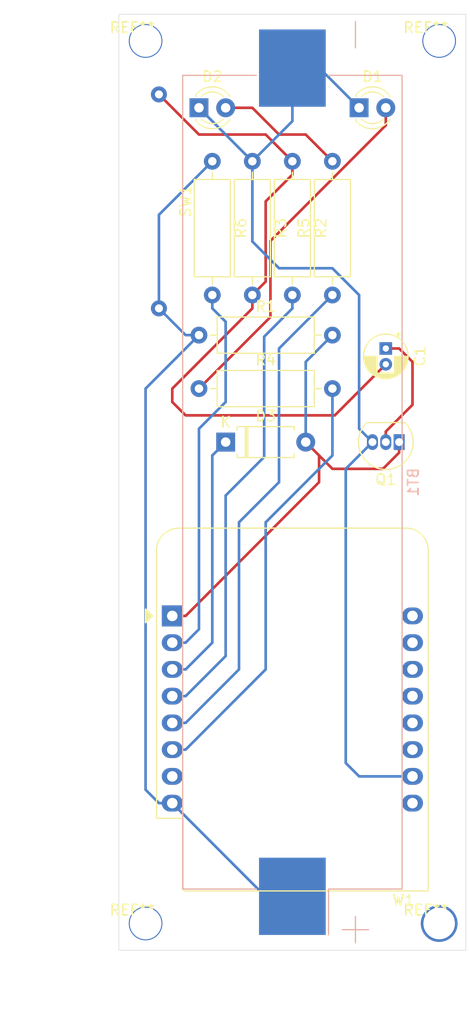
<source format=kicad_pcb>
(kicad_pcb (version 20171130) (host pcbnew "(5.1.8)-1")

  (general
    (thickness 1.6)
    (drawings 6)
    (tracks 94)
    (zones 0)
    (modules 18)
    (nets 21)
  )

  (page A4)
  (layers
    (0 F.Cu signal)
    (31 B.Cu signal)
    (32 B.Adhes user)
    (33 F.Adhes user)
    (34 B.Paste user)
    (35 F.Paste user)
    (36 B.SilkS user)
    (37 F.SilkS user hide)
    (38 B.Mask user)
    (39 F.Mask user)
    (40 Dwgs.User user)
    (41 Cmts.User user)
    (42 Eco1.User user)
    (43 Eco2.User user)
    (44 Edge.Cuts user)
    (45 Margin user)
    (46 B.CrtYd user)
    (47 F.CrtYd user)
    (48 B.Fab user)
    (49 F.Fab user)
  )

  (setup
    (last_trace_width 0.25)
    (trace_clearance 0.2)
    (zone_clearance 0.508)
    (zone_45_only yes)
    (trace_min 0.2)
    (via_size 0.8)
    (via_drill 0.4)
    (via_min_size 0.4)
    (via_min_drill 0.3)
    (uvia_size 0.3)
    (uvia_drill 0.1)
    (uvias_allowed no)
    (uvia_min_size 0.2)
    (uvia_min_drill 0.1)
    (edge_width 0.05)
    (segment_width 0.2)
    (pcb_text_width 0.3)
    (pcb_text_size 1.5 1.5)
    (mod_edge_width 0.12)
    (mod_text_size 1 1)
    (mod_text_width 0.15)
    (pad_size 3.5 3.5)
    (pad_drill 3)
    (pad_to_mask_clearance 0)
    (aux_axis_origin 0 0)
    (visible_elements FFFFFFFF)
    (pcbplotparams
      (layerselection 0x3ffff_ffffffff)
      (usegerberextensions false)
      (usegerberattributes true)
      (usegerberadvancedattributes true)
      (creategerberjobfile true)
      (excludeedgelayer true)
      (linewidth 0.100000)
      (plotframeref true)
      (viasonmask false)
      (mode 1)
      (useauxorigin false)
      (hpglpennumber 1)
      (hpglpenspeed 20)
      (hpglpendiameter 15.000000)
      (psnegative false)
      (psa4output false)
      (plotreference true)
      (plotvalue true)
      (plotinvisibletext true)
      (padsonsilk true)
      (subtractmaskfromsilk false)
      (outputformat 1)
      (mirror false)
      (drillshape 0)
      (scaleselection 1)
      (outputdirectory "../../../../Downloads/PCBPuerta/"))
  )

  (net 0 "")
  (net 1 "Net-(BT1-Pad2)")
  (net 2 "Net-(BT1-Pad1)")
  (net 3 "Net-(C1-Pad2)")
  (net 4 "Net-(C1-Pad1)")
  (net 5 "Net-(D1-Pad2)")
  (net 6 "Net-(D2-Pad2)")
  (net 7 "Net-(D3-Pad2)")
  (net 8 "Net-(D3-Pad1)")
  (net 9 "Net-(R2-Pad2)")
  (net 10 "Net-(R4-Pad2)")
  (net 11 "Net-(R5-Pad1)")
  (net 12 "Net-(R6-Pad2)")
  (net 13 "Net-(W1-Pad16)")
  (net 14 "Net-(W1-Pad15)")
  (net 15 "Net-(W1-Pad14)")
  (net 16 "Net-(W1-Pad13)")
  (net 17 "Net-(W1-Pad12)")
  (net 18 "Net-(W1-Pad11)")
  (net 19 "Net-(W1-Pad9)")
  (net 20 "Net-(W1-Pad7)")

  (net_class Default "This is the default net class."
    (clearance 0.2)
    (trace_width 0.25)
    (via_dia 0.8)
    (via_drill 0.4)
    (uvia_dia 0.3)
    (uvia_drill 0.1)
    (add_net "Net-(BT1-Pad1)")
    (add_net "Net-(BT1-Pad2)")
    (add_net "Net-(C1-Pad1)")
    (add_net "Net-(C1-Pad2)")
    (add_net "Net-(D1-Pad2)")
    (add_net "Net-(D2-Pad2)")
    (add_net "Net-(D3-Pad1)")
    (add_net "Net-(D3-Pad2)")
    (add_net "Net-(R2-Pad2)")
    (add_net "Net-(R4-Pad2)")
    (add_net "Net-(R5-Pad1)")
    (add_net "Net-(R6-Pad2)")
    (add_net "Net-(W1-Pad11)")
    (add_net "Net-(W1-Pad12)")
    (add_net "Net-(W1-Pad13)")
    (add_net "Net-(W1-Pad14)")
    (add_net "Net-(W1-Pad15)")
    (add_net "Net-(W1-Pad16)")
    (add_net "Net-(W1-Pad7)")
    (add_net "Net-(W1-Pad9)")
  )

  (module Tornillos:Tornillo (layer F.Cu) (tedit 5FBFEDEA) (tstamp 5FC028F2)
    (at 95.25 132.08)
    (fp_text reference REF** (at -1.27 1.27) (layer F.SilkS)
      (effects (font (size 1 1) (thickness 0.15)))
    )
    (fp_text value Tornillo (at 0 -0.5) (layer F.Fab)
      (effects (font (size 1 1) (thickness 0.15)))
    )
    (pad "" np_thru_hole circle (at 0 2.54) (size 3.2 3.2) (drill 3) (layers *.Cu *.Mask))
  )

  (module Tornillos:Tornillo (layer F.Cu) (tedit 5FBFEDEA) (tstamp 5FC028F2)
    (at 123.19 48.26)
    (fp_text reference REF** (at -1.27 1.27) (layer F.SilkS)
      (effects (font (size 1 1) (thickness 0.15)))
    )
    (fp_text value Tornillo (at 0 -0.5) (layer F.Fab)
      (effects (font (size 1 1) (thickness 0.15)))
    )
    (pad "" np_thru_hole circle (at 0 2.54) (size 3.2 3.2) (drill 3) (layers *.Cu *.Mask))
  )

  (module Tornillos:Tornillo (layer F.Cu) (tedit 5FBFEDEA) (tstamp 5FC028F2)
    (at 95.25 48.26)
    (fp_text reference REF** (at -1.27 1.27) (layer F.SilkS)
      (effects (font (size 1 1) (thickness 0.15)))
    )
    (fp_text value Tornillo (at 0 -0.5) (layer F.Fab)
      (effects (font (size 1 1) (thickness 0.15)))
    )
    (pad "" np_thru_hole circle (at 0 2.54) (size 3.2 3.2) (drill 3) (layers *.Cu *.Mask))
  )

  (module Tornillos:Tornillo (layer F.Cu) (tedit 5FC00F86) (tstamp 5FC074B7)
    (at 123.19 132.08)
    (fp_text reference REF** (at -1.27 1.27) (layer F.SilkS)
      (effects (font (size 1 1) (thickness 0.15)))
    )
    (fp_text value Tornillo (at 0 -0.5) (layer F.Fab)
      (effects (font (size 1 1) (thickness 0.15)))
    )
    (pad "" np_thru_hole circle (at 0 2.54) (size 3.5 3.5) (drill 3) (layers *.Cu *.Mask))
  )

  (module Module:WEMOS_D1_mini_light (layer F.Cu) (tedit 5BBFB1CE) (tstamp 5FC05B38)
    (at 97.79 105.41)
    (descr "16-pin module, column spacing 22.86 mm (900 mils), https://wiki.wemos.cc/products:d1:d1_mini, https://c1.staticflickr.com/1/734/31400410271_f278b087db_z.jpg")
    (tags "ESP8266 WiFi microcontroller")
    (path /5FB8578C)
    (fp_text reference W1 (at 22 27) (layer F.SilkS)
      (effects (font (size 1 1) (thickness 0.15)))
    )
    (fp_text value WeMos_D1_mini (at 11.7 0) (layer F.Fab)
      (effects (font (size 1 1) (thickness 0.15)))
    )
    (fp_text user "No copper" (at 11.43 -3.81) (layer Cmts.User)
      (effects (font (size 1 1) (thickness 0.15)))
    )
    (fp_text user "KEEP OUT" (at 11.43 -6.35) (layer Cmts.User)
      (effects (font (size 1 1) (thickness 0.15)))
    )
    (fp_arc (start 22.23 -6.21) (end 24.36 -6.21) (angle -90) (layer F.SilkS) (width 0.12))
    (fp_arc (start 0.63 -6.21) (end 0.63 -8.34) (angle -90) (layer F.SilkS) (width 0.12))
    (fp_arc (start 22.23 -6.21) (end 24.23 -6.19) (angle -90) (layer F.Fab) (width 0.1))
    (fp_arc (start 0.63 -6.21) (end 0.63 -8.21) (angle -90) (layer F.Fab) (width 0.1))
    (fp_text user %R (at 11.43 10) (layer F.Fab)
      (effects (font (size 1 1) (thickness 0.15)))
    )
    (fp_line (start 1.04 26.12) (end 24.36 26.12) (layer F.SilkS) (width 0.12))
    (fp_line (start -1.5 19.22) (end -1.5 -6.21) (layer F.SilkS) (width 0.12))
    (fp_line (start 24.36 26.12) (end 24.36 -6.21) (layer F.SilkS) (width 0.12))
    (fp_line (start 22.24 -8.34) (end 0.63 -8.34) (layer F.SilkS) (width 0.12))
    (fp_line (start 1.17 25.99) (end 24.23 25.99) (layer F.Fab) (width 0.1))
    (fp_line (start 24.23 25.99) (end 24.23 -6.21) (layer F.Fab) (width 0.1))
    (fp_line (start 22.23 -8.21) (end 0.63 -8.21) (layer F.Fab) (width 0.1))
    (fp_line (start -1.37 1) (end -1.37 19.09) (layer F.Fab) (width 0.1))
    (fp_line (start -1.62 -8.46) (end 24.48 -8.46) (layer F.CrtYd) (width 0.05))
    (fp_line (start 24.48 -8.41) (end 24.48 26.24) (layer F.CrtYd) (width 0.05))
    (fp_line (start 24.48 26.24) (end -1.62 26.24) (layer F.CrtYd) (width 0.05))
    (fp_line (start -1.62 26.24) (end -1.62 -8.46) (layer F.CrtYd) (width 0.05))
    (fp_poly (pts (xy -2.54 -0.635) (xy -2.54 0.635) (xy -1.905 0)) (layer F.SilkS) (width 0.15))
    (fp_line (start -1.35 -1.4) (end 24.25 -1.4) (layer Dwgs.User) (width 0.1))
    (fp_line (start 24.25 -1.4) (end 24.25 -8.2) (layer Dwgs.User) (width 0.1))
    (fp_line (start 24.25 -8.2) (end -1.35 -8.2) (layer Dwgs.User) (width 0.1))
    (fp_line (start -1.35 -8.2) (end -1.35 -1.4) (layer Dwgs.User) (width 0.1))
    (fp_line (start -1.35 -1.4) (end 5.45 -8.2) (layer Dwgs.User) (width 0.1))
    (fp_line (start 0.65 -1.4) (end 7.45 -8.2) (layer Dwgs.User) (width 0.1))
    (fp_line (start 2.65 -1.4) (end 9.45 -8.2) (layer Dwgs.User) (width 0.1))
    (fp_line (start 4.65 -1.4) (end 11.45 -8.2) (layer Dwgs.User) (width 0.1))
    (fp_line (start 6.65 -1.4) (end 13.45 -8.2) (layer Dwgs.User) (width 0.1))
    (fp_line (start 8.65 -1.4) (end 15.45 -8.2) (layer Dwgs.User) (width 0.1))
    (fp_line (start 10.65 -1.4) (end 17.45 -8.2) (layer Dwgs.User) (width 0.1))
    (fp_line (start 12.65 -1.4) (end 19.45 -8.2) (layer Dwgs.User) (width 0.1))
    (fp_line (start 14.65 -1.4) (end 21.45 -8.2) (layer Dwgs.User) (width 0.1))
    (fp_line (start 16.65 -1.4) (end 23.45 -8.2) (layer Dwgs.User) (width 0.1))
    (fp_line (start 18.65 -1.4) (end 24.25 -7) (layer Dwgs.User) (width 0.1))
    (fp_line (start 20.65 -1.4) (end 24.25 -5) (layer Dwgs.User) (width 0.1))
    (fp_line (start 22.65 -1.4) (end 24.25 -3) (layer Dwgs.User) (width 0.1))
    (fp_line (start -1.35 -3.4) (end 3.45 -8.2) (layer Dwgs.User) (width 0.1))
    (fp_line (start -1.3 -5.45) (end 1.45 -8.2) (layer Dwgs.User) (width 0.1))
    (fp_line (start -1.35 -7.4) (end -0.55 -8.2) (layer Dwgs.User) (width 0.1))
    (fp_line (start -1.37 19.09) (end 1.17 19.09) (layer F.Fab) (width 0.1))
    (fp_line (start 1.17 19.09) (end 1.17 25.99) (layer F.Fab) (width 0.1))
    (fp_line (start -1.37 -6.21) (end -1.37 -1) (layer F.Fab) (width 0.1))
    (fp_line (start -1.37 1) (end -0.37 0) (layer F.Fab) (width 0.1))
    (fp_line (start -0.37 0) (end -1.37 -1) (layer F.Fab) (width 0.1))
    (fp_line (start -1.5 19.22) (end 1.04 19.22) (layer F.SilkS) (width 0.12))
    (fp_line (start 1.04 19.22) (end 1.04 26.12) (layer F.SilkS) (width 0.12))
    (pad 16 thru_hole oval (at 22.86 0) (size 2 1.6) (drill 1) (layers *.Cu *.Mask)
      (net 13 "Net-(W1-Pad16)"))
    (pad 15 thru_hole oval (at 22.86 2.54) (size 2 1.6) (drill 1) (layers *.Cu *.Mask)
      (net 14 "Net-(W1-Pad15)"))
    (pad 14 thru_hole oval (at 22.86 5.08) (size 2 1.6) (drill 1) (layers *.Cu *.Mask)
      (net 15 "Net-(W1-Pad14)"))
    (pad 13 thru_hole oval (at 22.86 7.62) (size 2 1.6) (drill 1) (layers *.Cu *.Mask)
      (net 16 "Net-(W1-Pad13)"))
    (pad 12 thru_hole oval (at 22.86 10.16) (size 2 1.6) (drill 1) (layers *.Cu *.Mask)
      (net 17 "Net-(W1-Pad12)"))
    (pad 11 thru_hole oval (at 22.86 12.7) (size 2 1.6) (drill 1) (layers *.Cu *.Mask)
      (net 18 "Net-(W1-Pad11)"))
    (pad 10 thru_hole oval (at 22.86 15.24) (size 2 1.6) (drill 1) (layers *.Cu *.Mask)
      (net 1 "Net-(BT1-Pad2)"))
    (pad 9 thru_hole oval (at 22.86 17.78) (size 2 1.6) (drill 1) (layers *.Cu *.Mask)
      (net 19 "Net-(W1-Pad9)"))
    (pad 8 thru_hole oval (at 0 17.78) (size 2 1.6) (drill 1) (layers *.Cu *.Mask)
      (net 2 "Net-(BT1-Pad1)"))
    (pad 7 thru_hole oval (at 0 15.24) (size 2 1.6) (drill 1) (layers *.Cu *.Mask)
      (net 20 "Net-(W1-Pad7)"))
    (pad 6 thru_hole oval (at 0 12.7) (size 2 1.6) (drill 1) (layers *.Cu *.Mask)
      (net 10 "Net-(R4-Pad2)"))
    (pad 5 thru_hole oval (at 0 10.16) (size 2 1.6) (drill 1) (layers *.Cu *.Mask)
      (net 11 "Net-(R5-Pad1)"))
    (pad 4 thru_hole oval (at 0 7.62) (size 2 1.6) (drill 1) (layers *.Cu *.Mask)
      (net 9 "Net-(R2-Pad2)"))
    (pad 3 thru_hole oval (at 0 5.08) (size 2 1.6) (drill 1) (layers *.Cu *.Mask)
      (net 8 "Net-(D3-Pad1)"))
    (pad 1 thru_hole rect (at 0 0) (size 2 2) (drill 1) (layers *.Cu *.Mask)
      (net 7 "Net-(D3-Pad2)"))
    (pad 2 thru_hole oval (at 0 2.54) (size 2 1.6) (drill 1) (layers *.Cu *.Mask)
      (net 12 "Net-(R6-Pad2)"))
    (model ${KISYS3DMOD}/Module.3dshapes/WEMOS_D1_mini_light.wrl
      (at (xyz 0 0 0))
      (scale (xyz 1 1 1))
      (rotate (xyz 0 0 0))
    )
    (model ${KISYS3DMOD}/Connector_PinHeader_2.54mm.3dshapes/PinHeader_1x08_P2.54mm_Vertical.wrl
      (offset (xyz 0 0 9.5))
      (scale (xyz 1 1 1))
      (rotate (xyz 0 -180 0))
    )
    (model ${KISYS3DMOD}/Connector_PinHeader_2.54mm.3dshapes/PinHeader_1x08_P2.54mm_Vertical.wrl
      (offset (xyz 22.86 0 9.5))
      (scale (xyz 1 1 1))
      (rotate (xyz 0 -180 0))
    )
    (model ${KISYS3DMOD}/Connector_PinSocket_2.54mm.3dshapes/PinSocket_1x08_P2.54mm_Vertical.wrl
      (at (xyz 0 0 0))
      (scale (xyz 1 1 1))
      (rotate (xyz 0 0 0))
    )
    (model ${KISYS3DMOD}/Connector_PinSocket_2.54mm.3dshapes/PinSocket_1x08_P2.54mm_Vertical.wrl
      (offset (xyz 22.86 0 0))
      (scale (xyz 1 1 1))
      (rotate (xyz 0 0 0))
    )
  )

  (module DoorSensor:THT_reed_switch_20mmL (layer F.Cu) (tedit 5FB86E70) (tstamp 5FC05AF5)
    (at 100.33 63.5 270)
    (path /5FB8B266)
    (fp_text reference SW1 (at 2.54 1.27 90) (layer F.SilkS)
      (effects (font (size 1 1) (thickness 0.15)))
    )
    (fp_text value SW_Reed_Opener (at 2.54 -1.27 90) (layer F.Fab)
      (effects (font (size 1 1) (thickness 0.15)))
    )
    (pad 2 thru_hole circle (at 12.7 3.81 270) (size 1.524 1.524) (drill 0.762) (layers *.Cu *.Mask)
      (net 2 "Net-(BT1-Pad1)"))
    (pad 1 thru_hole circle (at -7.62 3.81 270) (size 1.524 1.524) (drill 0.762) (layers *.Cu *.Mask)
      (net 3 "Net-(C1-Pad2)"))
  )

  (module Resistor_THT:R_Axial_DIN0309_L9.0mm_D3.2mm_P12.70mm_Horizontal (layer F.Cu) (tedit 5AE5139B) (tstamp 5FC05AEF)
    (at 101.6 62.23 270)
    (descr "Resistor, Axial_DIN0309 series, Axial, Horizontal, pin pitch=12.7mm, 0.5W = 1/2W, length*diameter=9*3.2mm^2, http://cdn-reichelt.de/documents/datenblatt/B400/1_4W%23YAG.pdf")
    (tags "Resistor Axial_DIN0309 series Axial Horizontal pin pitch 12.7mm 0.5W = 1/2W length 9mm diameter 3.2mm")
    (path /5FB9080E)
    (fp_text reference R6 (at 6.35 -2.72 90) (layer F.SilkS)
      (effects (font (size 1 1) (thickness 0.15)))
    )
    (fp_text value 100K (at 6.35 2.72 90) (layer F.Fab)
      (effects (font (size 1 1) (thickness 0.15)))
    )
    (fp_text user %R (at 6.35 0 90) (layer F.Fab)
      (effects (font (size 1 1) (thickness 0.15)))
    )
    (fp_line (start 1.85 -1.6) (end 1.85 1.6) (layer F.Fab) (width 0.1))
    (fp_line (start 1.85 1.6) (end 10.85 1.6) (layer F.Fab) (width 0.1))
    (fp_line (start 10.85 1.6) (end 10.85 -1.6) (layer F.Fab) (width 0.1))
    (fp_line (start 10.85 -1.6) (end 1.85 -1.6) (layer F.Fab) (width 0.1))
    (fp_line (start 0 0) (end 1.85 0) (layer F.Fab) (width 0.1))
    (fp_line (start 12.7 0) (end 10.85 0) (layer F.Fab) (width 0.1))
    (fp_line (start 1.73 -1.72) (end 1.73 1.72) (layer F.SilkS) (width 0.12))
    (fp_line (start 1.73 1.72) (end 10.97 1.72) (layer F.SilkS) (width 0.12))
    (fp_line (start 10.97 1.72) (end 10.97 -1.72) (layer F.SilkS) (width 0.12))
    (fp_line (start 10.97 -1.72) (end 1.73 -1.72) (layer F.SilkS) (width 0.12))
    (fp_line (start 1.04 0) (end 1.73 0) (layer F.SilkS) (width 0.12))
    (fp_line (start 11.66 0) (end 10.97 0) (layer F.SilkS) (width 0.12))
    (fp_line (start -1.05 -1.85) (end -1.05 1.85) (layer F.CrtYd) (width 0.05))
    (fp_line (start -1.05 1.85) (end 13.75 1.85) (layer F.CrtYd) (width 0.05))
    (fp_line (start 13.75 1.85) (end 13.75 -1.85) (layer F.CrtYd) (width 0.05))
    (fp_line (start 13.75 -1.85) (end -1.05 -1.85) (layer F.CrtYd) (width 0.05))
    (pad 2 thru_hole oval (at 12.7 0 270) (size 1.6 1.6) (drill 0.8) (layers *.Cu *.Mask)
      (net 12 "Net-(R6-Pad2)"))
    (pad 1 thru_hole circle (at 0 0 270) (size 1.6 1.6) (drill 0.8) (layers *.Cu *.Mask)
      (net 2 "Net-(BT1-Pad1)"))
    (model ${KISYS3DMOD}/Resistor_THT.3dshapes/R_Axial_DIN0309_L9.0mm_D3.2mm_P12.70mm_Horizontal.wrl
      (at (xyz 0 0 0))
      (scale (xyz 1 1 1))
      (rotate (xyz 0 0 0))
    )
  )

  (module Resistor_THT:R_Axial_DIN0309_L9.0mm_D3.2mm_P12.70mm_Horizontal (layer F.Cu) (tedit 5AE5139B) (tstamp 5FC05AD8)
    (at 113.03 74.93 90)
    (descr "Resistor, Axial_DIN0309 series, Axial, Horizontal, pin pitch=12.7mm, 0.5W = 1/2W, length*diameter=9*3.2mm^2, http://cdn-reichelt.de/documents/datenblatt/B400/1_4W%23YAG.pdf")
    (tags "Resistor Axial_DIN0309 series Axial Horizontal pin pitch 12.7mm 0.5W = 1/2W length 9mm diameter 3.2mm")
    (path /5FB903A3)
    (fp_text reference R5 (at 6.35 -2.72 90) (layer F.SilkS)
      (effects (font (size 1 1) (thickness 0.15)))
    )
    (fp_text value 1K (at 6.35 2.72 90) (layer F.Fab)
      (effects (font (size 1 1) (thickness 0.15)))
    )
    (fp_text user %R (at 6.35 0 90) (layer F.Fab)
      (effects (font (size 1 1) (thickness 0.15)))
    )
    (fp_line (start 1.85 -1.6) (end 1.85 1.6) (layer F.Fab) (width 0.1))
    (fp_line (start 1.85 1.6) (end 10.85 1.6) (layer F.Fab) (width 0.1))
    (fp_line (start 10.85 1.6) (end 10.85 -1.6) (layer F.Fab) (width 0.1))
    (fp_line (start 10.85 -1.6) (end 1.85 -1.6) (layer F.Fab) (width 0.1))
    (fp_line (start 0 0) (end 1.85 0) (layer F.Fab) (width 0.1))
    (fp_line (start 12.7 0) (end 10.85 0) (layer F.Fab) (width 0.1))
    (fp_line (start 1.73 -1.72) (end 1.73 1.72) (layer F.SilkS) (width 0.12))
    (fp_line (start 1.73 1.72) (end 10.97 1.72) (layer F.SilkS) (width 0.12))
    (fp_line (start 10.97 1.72) (end 10.97 -1.72) (layer F.SilkS) (width 0.12))
    (fp_line (start 10.97 -1.72) (end 1.73 -1.72) (layer F.SilkS) (width 0.12))
    (fp_line (start 1.04 0) (end 1.73 0) (layer F.SilkS) (width 0.12))
    (fp_line (start 11.66 0) (end 10.97 0) (layer F.SilkS) (width 0.12))
    (fp_line (start -1.05 -1.85) (end -1.05 1.85) (layer F.CrtYd) (width 0.05))
    (fp_line (start -1.05 1.85) (end 13.75 1.85) (layer F.CrtYd) (width 0.05))
    (fp_line (start 13.75 1.85) (end 13.75 -1.85) (layer F.CrtYd) (width 0.05))
    (fp_line (start 13.75 -1.85) (end -1.05 -1.85) (layer F.CrtYd) (width 0.05))
    (pad 2 thru_hole oval (at 12.7 0 90) (size 1.6 1.6) (drill 0.8) (layers *.Cu *.Mask)
      (net 6 "Net-(D2-Pad2)"))
    (pad 1 thru_hole circle (at 0 0 90) (size 1.6 1.6) (drill 0.8) (layers *.Cu *.Mask)
      (net 11 "Net-(R5-Pad1)"))
    (model ${KISYS3DMOD}/Resistor_THT.3dshapes/R_Axial_DIN0309_L9.0mm_D3.2mm_P12.70mm_Horizontal.wrl
      (at (xyz 0 0 0))
      (scale (xyz 1 1 1))
      (rotate (xyz 0 0 0))
    )
  )

  (module Resistor_THT:R_Axial_DIN0309_L9.0mm_D3.2mm_P12.70mm_Horizontal (layer F.Cu) (tedit 5AE5139B) (tstamp 5FC05AC1)
    (at 100.33 83.82)
    (descr "Resistor, Axial_DIN0309 series, Axial, Horizontal, pin pitch=12.7mm, 0.5W = 1/2W, length*diameter=9*3.2mm^2, http://cdn-reichelt.de/documents/datenblatt/B400/1_4W%23YAG.pdf")
    (tags "Resistor Axial_DIN0309 series Axial Horizontal pin pitch 12.7mm 0.5W = 1/2W length 9mm diameter 3.2mm")
    (path /5FB8FCEE)
    (fp_text reference R4 (at 6.35 -2.72) (layer F.SilkS)
      (effects (font (size 1 1) (thickness 0.15)))
    )
    (fp_text value 1K (at 6.35 2.72) (layer F.Fab)
      (effects (font (size 1 1) (thickness 0.15)))
    )
    (fp_text user %R (at 6.35 0) (layer F.Fab)
      (effects (font (size 1 1) (thickness 0.15)))
    )
    (fp_line (start 1.85 -1.6) (end 1.85 1.6) (layer F.Fab) (width 0.1))
    (fp_line (start 1.85 1.6) (end 10.85 1.6) (layer F.Fab) (width 0.1))
    (fp_line (start 10.85 1.6) (end 10.85 -1.6) (layer F.Fab) (width 0.1))
    (fp_line (start 10.85 -1.6) (end 1.85 -1.6) (layer F.Fab) (width 0.1))
    (fp_line (start 0 0) (end 1.85 0) (layer F.Fab) (width 0.1))
    (fp_line (start 12.7 0) (end 10.85 0) (layer F.Fab) (width 0.1))
    (fp_line (start 1.73 -1.72) (end 1.73 1.72) (layer F.SilkS) (width 0.12))
    (fp_line (start 1.73 1.72) (end 10.97 1.72) (layer F.SilkS) (width 0.12))
    (fp_line (start 10.97 1.72) (end 10.97 -1.72) (layer F.SilkS) (width 0.12))
    (fp_line (start 10.97 -1.72) (end 1.73 -1.72) (layer F.SilkS) (width 0.12))
    (fp_line (start 1.04 0) (end 1.73 0) (layer F.SilkS) (width 0.12))
    (fp_line (start 11.66 0) (end 10.97 0) (layer F.SilkS) (width 0.12))
    (fp_line (start -1.05 -1.85) (end -1.05 1.85) (layer F.CrtYd) (width 0.05))
    (fp_line (start -1.05 1.85) (end 13.75 1.85) (layer F.CrtYd) (width 0.05))
    (fp_line (start 13.75 1.85) (end 13.75 -1.85) (layer F.CrtYd) (width 0.05))
    (fp_line (start 13.75 -1.85) (end -1.05 -1.85) (layer F.CrtYd) (width 0.05))
    (pad 2 thru_hole oval (at 12.7 0) (size 1.6 1.6) (drill 0.8) (layers *.Cu *.Mask)
      (net 10 "Net-(R4-Pad2)"))
    (pad 1 thru_hole circle (at 0 0) (size 1.6 1.6) (drill 0.8) (layers *.Cu *.Mask)
      (net 5 "Net-(D1-Pad2)"))
    (model ${KISYS3DMOD}/Resistor_THT.3dshapes/R_Axial_DIN0309_L9.0mm_D3.2mm_P12.70mm_Horizontal.wrl
      (at (xyz 0 0 0))
      (scale (xyz 1 1 1))
      (rotate (xyz 0 0 0))
    )
  )

  (module Resistor_THT:R_Axial_DIN0309_L9.0mm_D3.2mm_P12.70mm_Horizontal (layer F.Cu) (tedit 5AE5139B) (tstamp 5FC05AAA)
    (at 105.41 62.23 270)
    (descr "Resistor, Axial_DIN0309 series, Axial, Horizontal, pin pitch=12.7mm, 0.5W = 1/2W, length*diameter=9*3.2mm^2, http://cdn-reichelt.de/documents/datenblatt/B400/1_4W%23YAG.pdf")
    (tags "Resistor Axial_DIN0309 series Axial Horizontal pin pitch 12.7mm 0.5W = 1/2W length 9mm diameter 3.2mm")
    (path /5FB8F7B9)
    (fp_text reference R3 (at 6.35 -2.72 90) (layer F.SilkS)
      (effects (font (size 1 1) (thickness 0.15)))
    )
    (fp_text value 10K (at 6.35 2.72 90) (layer F.Fab)
      (effects (font (size 1 1) (thickness 0.15)))
    )
    (fp_text user %R (at 6.35 0 90) (layer F.Fab)
      (effects (font (size 1 1) (thickness 0.15)))
    )
    (fp_line (start 1.85 -1.6) (end 1.85 1.6) (layer F.Fab) (width 0.1))
    (fp_line (start 1.85 1.6) (end 10.85 1.6) (layer F.Fab) (width 0.1))
    (fp_line (start 10.85 1.6) (end 10.85 -1.6) (layer F.Fab) (width 0.1))
    (fp_line (start 10.85 -1.6) (end 1.85 -1.6) (layer F.Fab) (width 0.1))
    (fp_line (start 0 0) (end 1.85 0) (layer F.Fab) (width 0.1))
    (fp_line (start 12.7 0) (end 10.85 0) (layer F.Fab) (width 0.1))
    (fp_line (start 1.73 -1.72) (end 1.73 1.72) (layer F.SilkS) (width 0.12))
    (fp_line (start 1.73 1.72) (end 10.97 1.72) (layer F.SilkS) (width 0.12))
    (fp_line (start 10.97 1.72) (end 10.97 -1.72) (layer F.SilkS) (width 0.12))
    (fp_line (start 10.97 -1.72) (end 1.73 -1.72) (layer F.SilkS) (width 0.12))
    (fp_line (start 1.04 0) (end 1.73 0) (layer F.SilkS) (width 0.12))
    (fp_line (start 11.66 0) (end 10.97 0) (layer F.SilkS) (width 0.12))
    (fp_line (start -1.05 -1.85) (end -1.05 1.85) (layer F.CrtYd) (width 0.05))
    (fp_line (start -1.05 1.85) (end 13.75 1.85) (layer F.CrtYd) (width 0.05))
    (fp_line (start 13.75 1.85) (end 13.75 -1.85) (layer F.CrtYd) (width 0.05))
    (fp_line (start 13.75 -1.85) (end -1.05 -1.85) (layer F.CrtYd) (width 0.05))
    (pad 2 thru_hole oval (at 12.7 0 270) (size 1.6 1.6) (drill 0.8) (layers *.Cu *.Mask)
      (net 3 "Net-(C1-Pad2)"))
    (pad 1 thru_hole circle (at 0 0 270) (size 1.6 1.6) (drill 0.8) (layers *.Cu *.Mask)
      (net 1 "Net-(BT1-Pad2)"))
    (model ${KISYS3DMOD}/Resistor_THT.3dshapes/R_Axial_DIN0309_L9.0mm_D3.2mm_P12.70mm_Horizontal.wrl
      (at (xyz 0 0 0))
      (scale (xyz 1 1 1))
      (rotate (xyz 0 0 0))
    )
  )

  (module Resistor_THT:R_Axial_DIN0309_L9.0mm_D3.2mm_P12.70mm_Horizontal (layer F.Cu) (tedit 5AE5139B) (tstamp 5FC05A93)
    (at 109.22 62.23 270)
    (descr "Resistor, Axial_DIN0309 series, Axial, Horizontal, pin pitch=12.7mm, 0.5W = 1/2W, length*diameter=9*3.2mm^2, http://cdn-reichelt.de/documents/datenblatt/B400/1_4W%23YAG.pdf")
    (tags "Resistor Axial_DIN0309 series Axial Horizontal pin pitch 12.7mm 0.5W = 1/2W length 9mm diameter 3.2mm")
    (path /5FB8F232)
    (fp_text reference R2 (at 6.35 -2.72 90) (layer F.SilkS)
      (effects (font (size 1 1) (thickness 0.15)))
    )
    (fp_text value 10K (at 6.35 2.72 90) (layer F.Fab)
      (effects (font (size 1 1) (thickness 0.15)))
    )
    (fp_text user %R (at 6.35 0 90) (layer F.Fab)
      (effects (font (size 1 1) (thickness 0.15)))
    )
    (fp_line (start 1.85 -1.6) (end 1.85 1.6) (layer F.Fab) (width 0.1))
    (fp_line (start 1.85 1.6) (end 10.85 1.6) (layer F.Fab) (width 0.1))
    (fp_line (start 10.85 1.6) (end 10.85 -1.6) (layer F.Fab) (width 0.1))
    (fp_line (start 10.85 -1.6) (end 1.85 -1.6) (layer F.Fab) (width 0.1))
    (fp_line (start 0 0) (end 1.85 0) (layer F.Fab) (width 0.1))
    (fp_line (start 12.7 0) (end 10.85 0) (layer F.Fab) (width 0.1))
    (fp_line (start 1.73 -1.72) (end 1.73 1.72) (layer F.SilkS) (width 0.12))
    (fp_line (start 1.73 1.72) (end 10.97 1.72) (layer F.SilkS) (width 0.12))
    (fp_line (start 10.97 1.72) (end 10.97 -1.72) (layer F.SilkS) (width 0.12))
    (fp_line (start 10.97 -1.72) (end 1.73 -1.72) (layer F.SilkS) (width 0.12))
    (fp_line (start 1.04 0) (end 1.73 0) (layer F.SilkS) (width 0.12))
    (fp_line (start 11.66 0) (end 10.97 0) (layer F.SilkS) (width 0.12))
    (fp_line (start -1.05 -1.85) (end -1.05 1.85) (layer F.CrtYd) (width 0.05))
    (fp_line (start -1.05 1.85) (end 13.75 1.85) (layer F.CrtYd) (width 0.05))
    (fp_line (start 13.75 1.85) (end 13.75 -1.85) (layer F.CrtYd) (width 0.05))
    (fp_line (start 13.75 -1.85) (end -1.05 -1.85) (layer F.CrtYd) (width 0.05))
    (pad 2 thru_hole oval (at 12.7 0 270) (size 1.6 1.6) (drill 0.8) (layers *.Cu *.Mask)
      (net 9 "Net-(R2-Pad2)"))
    (pad 1 thru_hole circle (at 0 0 270) (size 1.6 1.6) (drill 0.8) (layers *.Cu *.Mask)
      (net 3 "Net-(C1-Pad2)"))
    (model ${KISYS3DMOD}/Resistor_THT.3dshapes/R_Axial_DIN0309_L9.0mm_D3.2mm_P12.70mm_Horizontal.wrl
      (at (xyz 0 0 0))
      (scale (xyz 1 1 1))
      (rotate (xyz 0 0 0))
    )
  )

  (module Resistor_THT:R_Axial_DIN0309_L9.0mm_D3.2mm_P12.70mm_Horizontal (layer F.Cu) (tedit 5AE5139B) (tstamp 5FC05A7C)
    (at 100.33 78.74)
    (descr "Resistor, Axial_DIN0309 series, Axial, Horizontal, pin pitch=12.7mm, 0.5W = 1/2W, length*diameter=9*3.2mm^2, http://cdn-reichelt.de/documents/datenblatt/B400/1_4W%23YAG.pdf")
    (tags "Resistor Axial_DIN0309 series Axial Horizontal pin pitch 12.7mm 0.5W = 1/2W length 9mm diameter 3.2mm")
    (path /5FB8EC0D)
    (fp_text reference R1 (at 6.35 -2.72) (layer F.SilkS)
      (effects (font (size 1 1) (thickness 0.15)))
    )
    (fp_text value 10K (at 6.35 2.72) (layer F.Fab)
      (effects (font (size 1 1) (thickness 0.15)))
    )
    (fp_text user %R (at 6.35 0) (layer F.Fab)
      (effects (font (size 1 1) (thickness 0.15)))
    )
    (fp_line (start 1.85 -1.6) (end 1.85 1.6) (layer F.Fab) (width 0.1))
    (fp_line (start 1.85 1.6) (end 10.85 1.6) (layer F.Fab) (width 0.1))
    (fp_line (start 10.85 1.6) (end 10.85 -1.6) (layer F.Fab) (width 0.1))
    (fp_line (start 10.85 -1.6) (end 1.85 -1.6) (layer F.Fab) (width 0.1))
    (fp_line (start 0 0) (end 1.85 0) (layer F.Fab) (width 0.1))
    (fp_line (start 12.7 0) (end 10.85 0) (layer F.Fab) (width 0.1))
    (fp_line (start 1.73 -1.72) (end 1.73 1.72) (layer F.SilkS) (width 0.12))
    (fp_line (start 1.73 1.72) (end 10.97 1.72) (layer F.SilkS) (width 0.12))
    (fp_line (start 10.97 1.72) (end 10.97 -1.72) (layer F.SilkS) (width 0.12))
    (fp_line (start 10.97 -1.72) (end 1.73 -1.72) (layer F.SilkS) (width 0.12))
    (fp_line (start 1.04 0) (end 1.73 0) (layer F.SilkS) (width 0.12))
    (fp_line (start 11.66 0) (end 10.97 0) (layer F.SilkS) (width 0.12))
    (fp_line (start -1.05 -1.85) (end -1.05 1.85) (layer F.CrtYd) (width 0.05))
    (fp_line (start -1.05 1.85) (end 13.75 1.85) (layer F.CrtYd) (width 0.05))
    (fp_line (start 13.75 1.85) (end 13.75 -1.85) (layer F.CrtYd) (width 0.05))
    (fp_line (start 13.75 -1.85) (end -1.05 -1.85) (layer F.CrtYd) (width 0.05))
    (pad 2 thru_hole oval (at 12.7 0) (size 1.6 1.6) (drill 0.8) (layers *.Cu *.Mask)
      (net 7 "Net-(D3-Pad2)"))
    (pad 1 thru_hole circle (at 0 0) (size 1.6 1.6) (drill 0.8) (layers *.Cu *.Mask)
      (net 2 "Net-(BT1-Pad1)"))
    (model ${KISYS3DMOD}/Resistor_THT.3dshapes/R_Axial_DIN0309_L9.0mm_D3.2mm_P12.70mm_Horizontal.wrl
      (at (xyz 0 0 0))
      (scale (xyz 1 1 1))
      (rotate (xyz 0 0 0))
    )
  )

  (module Package_TO_SOT_THT:TO-92_Inline (layer F.Cu) (tedit 5A1DD157) (tstamp 5FC05A65)
    (at 119.38 88.9 180)
    (descr "TO-92 leads in-line, narrow, oval pads, drill 0.75mm (see NXP sot054_po.pdf)")
    (tags "to-92 sc-43 sc-43a sot54 PA33 transistor")
    (path /5FB8746F)
    (fp_text reference Q1 (at 1.27 -3.56) (layer F.SilkS)
      (effects (font (size 1 1) (thickness 0.15)))
    )
    (fp_text value 2N3904 (at 1.27 2.79) (layer F.Fab)
      (effects (font (size 1 1) (thickness 0.15)))
    )
    (fp_arc (start 1.27 0) (end 1.27 -2.6) (angle 135) (layer F.SilkS) (width 0.12))
    (fp_arc (start 1.27 0) (end 1.27 -2.48) (angle -135) (layer F.Fab) (width 0.1))
    (fp_arc (start 1.27 0) (end 1.27 -2.6) (angle -135) (layer F.SilkS) (width 0.12))
    (fp_arc (start 1.27 0) (end 1.27 -2.48) (angle 135) (layer F.Fab) (width 0.1))
    (fp_text user %R (at 1.27 0) (layer F.Fab)
      (effects (font (size 1 1) (thickness 0.15)))
    )
    (fp_line (start -0.53 1.85) (end 3.07 1.85) (layer F.SilkS) (width 0.12))
    (fp_line (start -0.5 1.75) (end 3 1.75) (layer F.Fab) (width 0.1))
    (fp_line (start -1.46 -2.73) (end 4 -2.73) (layer F.CrtYd) (width 0.05))
    (fp_line (start -1.46 -2.73) (end -1.46 2.01) (layer F.CrtYd) (width 0.05))
    (fp_line (start 4 2.01) (end 4 -2.73) (layer F.CrtYd) (width 0.05))
    (fp_line (start 4 2.01) (end -1.46 2.01) (layer F.CrtYd) (width 0.05))
    (pad 1 thru_hole rect (at 0 0 180) (size 1.05 1.5) (drill 0.75) (layers *.Cu *.Mask)
      (net 7 "Net-(D3-Pad2)"))
    (pad 3 thru_hole oval (at 2.54 0 180) (size 1.05 1.5) (drill 0.75) (layers *.Cu *.Mask)
      (net 1 "Net-(BT1-Pad2)"))
    (pad 2 thru_hole oval (at 1.27 0 180) (size 1.05 1.5) (drill 0.75) (layers *.Cu *.Mask)
      (net 4 "Net-(C1-Pad1)"))
    (model ${KISYS3DMOD}/Package_TO_SOT_THT.3dshapes/TO-92_Inline.wrl
      (at (xyz 0 0 0))
      (scale (xyz 1 1 1))
      (rotate (xyz 0 0 0))
    )
  )

  (module Diode_THT:D_A-405_P7.62mm_Horizontal (layer F.Cu) (tedit 5AE50CD5) (tstamp 5FC05A53)
    (at 102.87 88.9)
    (descr "Diode, A-405 series, Axial, Horizontal, pin pitch=7.62mm, , length*diameter=5.2*2.7mm^2, , http://www.diodes.com/_files/packages/A-405.pdf")
    (tags "Diode A-405 series Axial Horizontal pin pitch 7.62mm  length 5.2mm diameter 2.7mm")
    (path /5FB9437E)
    (fp_text reference D3 (at 3.81 -2.47) (layer F.SilkS)
      (effects (font (size 1 1) (thickness 0.15)))
    )
    (fp_text value DIODE (at 3.81 2.47) (layer F.Fab)
      (effects (font (size 1 1) (thickness 0.15)))
    )
    (fp_text user K (at 0 -1.9) (layer F.SilkS)
      (effects (font (size 1 1) (thickness 0.15)))
    )
    (fp_text user K (at 0 -1.9) (layer F.Fab)
      (effects (font (size 1 1) (thickness 0.15)))
    )
    (fp_text user %R (at 4.2 0) (layer F.Fab)
      (effects (font (size 1 1) (thickness 0.15)))
    )
    (fp_line (start 1.21 -1.35) (end 1.21 1.35) (layer F.Fab) (width 0.1))
    (fp_line (start 1.21 1.35) (end 6.41 1.35) (layer F.Fab) (width 0.1))
    (fp_line (start 6.41 1.35) (end 6.41 -1.35) (layer F.Fab) (width 0.1))
    (fp_line (start 6.41 -1.35) (end 1.21 -1.35) (layer F.Fab) (width 0.1))
    (fp_line (start 0 0) (end 1.21 0) (layer F.Fab) (width 0.1))
    (fp_line (start 7.62 0) (end 6.41 0) (layer F.Fab) (width 0.1))
    (fp_line (start 1.99 -1.35) (end 1.99 1.35) (layer F.Fab) (width 0.1))
    (fp_line (start 2.09 -1.35) (end 2.09 1.35) (layer F.Fab) (width 0.1))
    (fp_line (start 1.89 -1.35) (end 1.89 1.35) (layer F.Fab) (width 0.1))
    (fp_line (start 1.09 -1.14) (end 1.09 -1.47) (layer F.SilkS) (width 0.12))
    (fp_line (start 1.09 -1.47) (end 6.53 -1.47) (layer F.SilkS) (width 0.12))
    (fp_line (start 6.53 -1.47) (end 6.53 -1.14) (layer F.SilkS) (width 0.12))
    (fp_line (start 1.09 1.14) (end 1.09 1.47) (layer F.SilkS) (width 0.12))
    (fp_line (start 1.09 1.47) (end 6.53 1.47) (layer F.SilkS) (width 0.12))
    (fp_line (start 6.53 1.47) (end 6.53 1.14) (layer F.SilkS) (width 0.12))
    (fp_line (start 1.99 -1.47) (end 1.99 1.47) (layer F.SilkS) (width 0.12))
    (fp_line (start 2.11 -1.47) (end 2.11 1.47) (layer F.SilkS) (width 0.12))
    (fp_line (start 1.87 -1.47) (end 1.87 1.47) (layer F.SilkS) (width 0.12))
    (fp_line (start -1.15 -1.6) (end -1.15 1.6) (layer F.CrtYd) (width 0.05))
    (fp_line (start -1.15 1.6) (end 8.77 1.6) (layer F.CrtYd) (width 0.05))
    (fp_line (start 8.77 1.6) (end 8.77 -1.6) (layer F.CrtYd) (width 0.05))
    (fp_line (start 8.77 -1.6) (end -1.15 -1.6) (layer F.CrtYd) (width 0.05))
    (pad 2 thru_hole oval (at 7.62 0) (size 1.8 1.8) (drill 0.9) (layers *.Cu *.Mask)
      (net 7 "Net-(D3-Pad2)"))
    (pad 1 thru_hole rect (at 0 0) (size 1.8 1.8) (drill 0.9) (layers *.Cu *.Mask)
      (net 8 "Net-(D3-Pad1)"))
    (model ${KISYS3DMOD}/Diode_THT.3dshapes/D_A-405_P7.62mm_Horizontal.wrl
      (at (xyz 0 0 0))
      (scale (xyz 1 1 1))
      (rotate (xyz 0 0 0))
    )
  )

  (module LED_THT:LED_D3.0mm (layer F.Cu) (tedit 587A3A7B) (tstamp 5FC05A34)
    (at 100.33 57.15)
    (descr "LED, diameter 3.0mm, 2 pins")
    (tags "LED diameter 3.0mm 2 pins")
    (path /5FB9326A)
    (fp_text reference D2 (at 1.27 -2.96) (layer F.SilkS)
      (effects (font (size 1 1) (thickness 0.15)))
    )
    (fp_text value Green (at 1.27 2.96) (layer F.Fab)
      (effects (font (size 1 1) (thickness 0.15)))
    )
    (fp_arc (start 1.27 0) (end 0.229039 1.08) (angle -87.9) (layer F.SilkS) (width 0.12))
    (fp_arc (start 1.27 0) (end 0.229039 -1.08) (angle 87.9) (layer F.SilkS) (width 0.12))
    (fp_arc (start 1.27 0) (end -0.29 1.235516) (angle -108.8) (layer F.SilkS) (width 0.12))
    (fp_arc (start 1.27 0) (end -0.29 -1.235516) (angle 108.8) (layer F.SilkS) (width 0.12))
    (fp_arc (start 1.27 0) (end -0.23 -1.16619) (angle 284.3) (layer F.Fab) (width 0.1))
    (fp_circle (center 1.27 0) (end 2.77 0) (layer F.Fab) (width 0.1))
    (fp_line (start -0.23 -1.16619) (end -0.23 1.16619) (layer F.Fab) (width 0.1))
    (fp_line (start -0.29 -1.236) (end -0.29 -1.08) (layer F.SilkS) (width 0.12))
    (fp_line (start -0.29 1.08) (end -0.29 1.236) (layer F.SilkS) (width 0.12))
    (fp_line (start -1.15 -2.25) (end -1.15 2.25) (layer F.CrtYd) (width 0.05))
    (fp_line (start -1.15 2.25) (end 3.7 2.25) (layer F.CrtYd) (width 0.05))
    (fp_line (start 3.7 2.25) (end 3.7 -2.25) (layer F.CrtYd) (width 0.05))
    (fp_line (start 3.7 -2.25) (end -1.15 -2.25) (layer F.CrtYd) (width 0.05))
    (pad 2 thru_hole circle (at 2.54 0) (size 1.8 1.8) (drill 0.9) (layers *.Cu *.Mask)
      (net 6 "Net-(D2-Pad2)"))
    (pad 1 thru_hole rect (at 0 0) (size 1.8 1.8) (drill 0.9) (layers *.Cu *.Mask)
      (net 1 "Net-(BT1-Pad2)"))
    (model ${KISYS3DMOD}/LED_THT.3dshapes/LED_D3.0mm.wrl
      (at (xyz 0 0 0))
      (scale (xyz 1 1 1))
      (rotate (xyz 0 0 0))
    )
  )

  (module LED_THT:LED_D3.0mm (layer F.Cu) (tedit 587A3A7B) (tstamp 5FC05A21)
    (at 115.57 57.15)
    (descr "LED, diameter 3.0mm, 2 pins")
    (tags "LED diameter 3.0mm 2 pins")
    (path /5FB92AB7)
    (fp_text reference D1 (at 1.27 -2.96) (layer F.SilkS)
      (effects (font (size 1 1) (thickness 0.15)))
    )
    (fp_text value RED (at 1.27 2.96) (layer F.Fab)
      (effects (font (size 1 1) (thickness 0.15)))
    )
    (fp_arc (start 1.27 0) (end 0.229039 1.08) (angle -87.9) (layer F.SilkS) (width 0.12))
    (fp_arc (start 1.27 0) (end 0.229039 -1.08) (angle 87.9) (layer F.SilkS) (width 0.12))
    (fp_arc (start 1.27 0) (end -0.29 1.235516) (angle -108.8) (layer F.SilkS) (width 0.12))
    (fp_arc (start 1.27 0) (end -0.29 -1.235516) (angle 108.8) (layer F.SilkS) (width 0.12))
    (fp_arc (start 1.27 0) (end -0.23 -1.16619) (angle 284.3) (layer F.Fab) (width 0.1))
    (fp_circle (center 1.27 0) (end 2.77 0) (layer F.Fab) (width 0.1))
    (fp_line (start -0.23 -1.16619) (end -0.23 1.16619) (layer F.Fab) (width 0.1))
    (fp_line (start -0.29 -1.236) (end -0.29 -1.08) (layer F.SilkS) (width 0.12))
    (fp_line (start -0.29 1.08) (end -0.29 1.236) (layer F.SilkS) (width 0.12))
    (fp_line (start -1.15 -2.25) (end -1.15 2.25) (layer F.CrtYd) (width 0.05))
    (fp_line (start -1.15 2.25) (end 3.7 2.25) (layer F.CrtYd) (width 0.05))
    (fp_line (start 3.7 2.25) (end 3.7 -2.25) (layer F.CrtYd) (width 0.05))
    (fp_line (start 3.7 -2.25) (end -1.15 -2.25) (layer F.CrtYd) (width 0.05))
    (pad 2 thru_hole circle (at 2.54 0) (size 1.8 1.8) (drill 0.9) (layers *.Cu *.Mask)
      (net 5 "Net-(D1-Pad2)"))
    (pad 1 thru_hole rect (at 0 0) (size 1.8 1.8) (drill 0.9) (layers *.Cu *.Mask)
      (net 1 "Net-(BT1-Pad2)"))
    (model ${KISYS3DMOD}/LED_THT.3dshapes/LED_D3.0mm.wrl
      (at (xyz 0 0 0))
      (scale (xyz 1 1 1))
      (rotate (xyz 0 0 0))
    )
  )

  (module Capacitor_THT:CP_Radial_D4.0mm_P1.50mm (layer F.Cu) (tedit 5AE50EF0) (tstamp 5FC05A0E)
    (at 118.11 80.01 270)
    (descr "CP, Radial series, Radial, pin pitch=1.50mm, , diameter=4mm, Electrolytic Capacitor")
    (tags "CP Radial series Radial pin pitch 1.50mm  diameter 4mm Electrolytic Capacitor")
    (path /5FB8CEF7)
    (fp_text reference C1 (at 0.75 -3.25 90) (layer F.SilkS)
      (effects (font (size 1 1) (thickness 0.15)))
    )
    (fp_text value CP1 (at 0.75 3.25 90) (layer F.Fab)
      (effects (font (size 1 1) (thickness 0.15)))
    )
    (fp_text user %R (at 0.75 0 90) (layer F.Fab)
      (effects (font (size 0.8 0.8) (thickness 0.12)))
    )
    (fp_circle (center 0.75 0) (end 2.75 0) (layer F.Fab) (width 0.1))
    (fp_circle (center 0.75 0) (end 2.87 0) (layer F.SilkS) (width 0.12))
    (fp_circle (center 0.75 0) (end 3 0) (layer F.CrtYd) (width 0.05))
    (fp_line (start -0.952554 -0.8675) (end -0.552554 -0.8675) (layer F.Fab) (width 0.1))
    (fp_line (start -0.752554 -1.0675) (end -0.752554 -0.6675) (layer F.Fab) (width 0.1))
    (fp_line (start 0.75 0.84) (end 0.75 2.08) (layer F.SilkS) (width 0.12))
    (fp_line (start 0.75 -2.08) (end 0.75 -0.84) (layer F.SilkS) (width 0.12))
    (fp_line (start 0.79 0.84) (end 0.79 2.08) (layer F.SilkS) (width 0.12))
    (fp_line (start 0.79 -2.08) (end 0.79 -0.84) (layer F.SilkS) (width 0.12))
    (fp_line (start 0.83 0.84) (end 0.83 2.079) (layer F.SilkS) (width 0.12))
    (fp_line (start 0.83 -2.079) (end 0.83 -0.84) (layer F.SilkS) (width 0.12))
    (fp_line (start 0.87 -2.077) (end 0.87 -0.84) (layer F.SilkS) (width 0.12))
    (fp_line (start 0.87 0.84) (end 0.87 2.077) (layer F.SilkS) (width 0.12))
    (fp_line (start 0.91 -2.074) (end 0.91 -0.84) (layer F.SilkS) (width 0.12))
    (fp_line (start 0.91 0.84) (end 0.91 2.074) (layer F.SilkS) (width 0.12))
    (fp_line (start 0.95 -2.071) (end 0.95 -0.84) (layer F.SilkS) (width 0.12))
    (fp_line (start 0.95 0.84) (end 0.95 2.071) (layer F.SilkS) (width 0.12))
    (fp_line (start 0.99 -2.067) (end 0.99 -0.84) (layer F.SilkS) (width 0.12))
    (fp_line (start 0.99 0.84) (end 0.99 2.067) (layer F.SilkS) (width 0.12))
    (fp_line (start 1.03 -2.062) (end 1.03 -0.84) (layer F.SilkS) (width 0.12))
    (fp_line (start 1.03 0.84) (end 1.03 2.062) (layer F.SilkS) (width 0.12))
    (fp_line (start 1.07 -2.056) (end 1.07 -0.84) (layer F.SilkS) (width 0.12))
    (fp_line (start 1.07 0.84) (end 1.07 2.056) (layer F.SilkS) (width 0.12))
    (fp_line (start 1.11 -2.05) (end 1.11 -0.84) (layer F.SilkS) (width 0.12))
    (fp_line (start 1.11 0.84) (end 1.11 2.05) (layer F.SilkS) (width 0.12))
    (fp_line (start 1.15 -2.042) (end 1.15 -0.84) (layer F.SilkS) (width 0.12))
    (fp_line (start 1.15 0.84) (end 1.15 2.042) (layer F.SilkS) (width 0.12))
    (fp_line (start 1.19 -2.034) (end 1.19 -0.84) (layer F.SilkS) (width 0.12))
    (fp_line (start 1.19 0.84) (end 1.19 2.034) (layer F.SilkS) (width 0.12))
    (fp_line (start 1.23 -2.025) (end 1.23 -0.84) (layer F.SilkS) (width 0.12))
    (fp_line (start 1.23 0.84) (end 1.23 2.025) (layer F.SilkS) (width 0.12))
    (fp_line (start 1.27 -2.016) (end 1.27 -0.84) (layer F.SilkS) (width 0.12))
    (fp_line (start 1.27 0.84) (end 1.27 2.016) (layer F.SilkS) (width 0.12))
    (fp_line (start 1.31 -2.005) (end 1.31 -0.84) (layer F.SilkS) (width 0.12))
    (fp_line (start 1.31 0.84) (end 1.31 2.005) (layer F.SilkS) (width 0.12))
    (fp_line (start 1.35 -1.994) (end 1.35 -0.84) (layer F.SilkS) (width 0.12))
    (fp_line (start 1.35 0.84) (end 1.35 1.994) (layer F.SilkS) (width 0.12))
    (fp_line (start 1.39 -1.982) (end 1.39 -0.84) (layer F.SilkS) (width 0.12))
    (fp_line (start 1.39 0.84) (end 1.39 1.982) (layer F.SilkS) (width 0.12))
    (fp_line (start 1.43 -1.968) (end 1.43 -0.84) (layer F.SilkS) (width 0.12))
    (fp_line (start 1.43 0.84) (end 1.43 1.968) (layer F.SilkS) (width 0.12))
    (fp_line (start 1.471 -1.954) (end 1.471 -0.84) (layer F.SilkS) (width 0.12))
    (fp_line (start 1.471 0.84) (end 1.471 1.954) (layer F.SilkS) (width 0.12))
    (fp_line (start 1.511 -1.94) (end 1.511 -0.84) (layer F.SilkS) (width 0.12))
    (fp_line (start 1.511 0.84) (end 1.511 1.94) (layer F.SilkS) (width 0.12))
    (fp_line (start 1.551 -1.924) (end 1.551 -0.84) (layer F.SilkS) (width 0.12))
    (fp_line (start 1.551 0.84) (end 1.551 1.924) (layer F.SilkS) (width 0.12))
    (fp_line (start 1.591 -1.907) (end 1.591 -0.84) (layer F.SilkS) (width 0.12))
    (fp_line (start 1.591 0.84) (end 1.591 1.907) (layer F.SilkS) (width 0.12))
    (fp_line (start 1.631 -1.889) (end 1.631 -0.84) (layer F.SilkS) (width 0.12))
    (fp_line (start 1.631 0.84) (end 1.631 1.889) (layer F.SilkS) (width 0.12))
    (fp_line (start 1.671 -1.87) (end 1.671 -0.84) (layer F.SilkS) (width 0.12))
    (fp_line (start 1.671 0.84) (end 1.671 1.87) (layer F.SilkS) (width 0.12))
    (fp_line (start 1.711 -1.851) (end 1.711 -0.84) (layer F.SilkS) (width 0.12))
    (fp_line (start 1.711 0.84) (end 1.711 1.851) (layer F.SilkS) (width 0.12))
    (fp_line (start 1.751 -1.83) (end 1.751 -0.84) (layer F.SilkS) (width 0.12))
    (fp_line (start 1.751 0.84) (end 1.751 1.83) (layer F.SilkS) (width 0.12))
    (fp_line (start 1.791 -1.808) (end 1.791 -0.84) (layer F.SilkS) (width 0.12))
    (fp_line (start 1.791 0.84) (end 1.791 1.808) (layer F.SilkS) (width 0.12))
    (fp_line (start 1.831 -1.785) (end 1.831 -0.84) (layer F.SilkS) (width 0.12))
    (fp_line (start 1.831 0.84) (end 1.831 1.785) (layer F.SilkS) (width 0.12))
    (fp_line (start 1.871 -1.76) (end 1.871 -0.84) (layer F.SilkS) (width 0.12))
    (fp_line (start 1.871 0.84) (end 1.871 1.76) (layer F.SilkS) (width 0.12))
    (fp_line (start 1.911 -1.735) (end 1.911 -0.84) (layer F.SilkS) (width 0.12))
    (fp_line (start 1.911 0.84) (end 1.911 1.735) (layer F.SilkS) (width 0.12))
    (fp_line (start 1.951 -1.708) (end 1.951 -0.84) (layer F.SilkS) (width 0.12))
    (fp_line (start 1.951 0.84) (end 1.951 1.708) (layer F.SilkS) (width 0.12))
    (fp_line (start 1.991 -1.68) (end 1.991 -0.84) (layer F.SilkS) (width 0.12))
    (fp_line (start 1.991 0.84) (end 1.991 1.68) (layer F.SilkS) (width 0.12))
    (fp_line (start 2.031 -1.65) (end 2.031 -0.84) (layer F.SilkS) (width 0.12))
    (fp_line (start 2.031 0.84) (end 2.031 1.65) (layer F.SilkS) (width 0.12))
    (fp_line (start 2.071 -1.619) (end 2.071 -0.84) (layer F.SilkS) (width 0.12))
    (fp_line (start 2.071 0.84) (end 2.071 1.619) (layer F.SilkS) (width 0.12))
    (fp_line (start 2.111 -1.587) (end 2.111 -0.84) (layer F.SilkS) (width 0.12))
    (fp_line (start 2.111 0.84) (end 2.111 1.587) (layer F.SilkS) (width 0.12))
    (fp_line (start 2.151 -1.552) (end 2.151 -0.84) (layer F.SilkS) (width 0.12))
    (fp_line (start 2.151 0.84) (end 2.151 1.552) (layer F.SilkS) (width 0.12))
    (fp_line (start 2.191 -1.516) (end 2.191 -0.84) (layer F.SilkS) (width 0.12))
    (fp_line (start 2.191 0.84) (end 2.191 1.516) (layer F.SilkS) (width 0.12))
    (fp_line (start 2.231 -1.478) (end 2.231 -0.84) (layer F.SilkS) (width 0.12))
    (fp_line (start 2.231 0.84) (end 2.231 1.478) (layer F.SilkS) (width 0.12))
    (fp_line (start 2.271 -1.438) (end 2.271 -0.84) (layer F.SilkS) (width 0.12))
    (fp_line (start 2.271 0.84) (end 2.271 1.438) (layer F.SilkS) (width 0.12))
    (fp_line (start 2.311 -1.396) (end 2.311 -0.84) (layer F.SilkS) (width 0.12))
    (fp_line (start 2.311 0.84) (end 2.311 1.396) (layer F.SilkS) (width 0.12))
    (fp_line (start 2.351 -1.351) (end 2.351 1.351) (layer F.SilkS) (width 0.12))
    (fp_line (start 2.391 -1.304) (end 2.391 1.304) (layer F.SilkS) (width 0.12))
    (fp_line (start 2.431 -1.254) (end 2.431 1.254) (layer F.SilkS) (width 0.12))
    (fp_line (start 2.471 -1.2) (end 2.471 1.2) (layer F.SilkS) (width 0.12))
    (fp_line (start 2.511 -1.142) (end 2.511 1.142) (layer F.SilkS) (width 0.12))
    (fp_line (start 2.551 -1.08) (end 2.551 1.08) (layer F.SilkS) (width 0.12))
    (fp_line (start 2.591 -1.013) (end 2.591 1.013) (layer F.SilkS) (width 0.12))
    (fp_line (start 2.631 -0.94) (end 2.631 0.94) (layer F.SilkS) (width 0.12))
    (fp_line (start 2.671 -0.859) (end 2.671 0.859) (layer F.SilkS) (width 0.12))
    (fp_line (start 2.711 -0.768) (end 2.711 0.768) (layer F.SilkS) (width 0.12))
    (fp_line (start 2.751 -0.664) (end 2.751 0.664) (layer F.SilkS) (width 0.12))
    (fp_line (start 2.791 -0.537) (end 2.791 0.537) (layer F.SilkS) (width 0.12))
    (fp_line (start 2.831 -0.37) (end 2.831 0.37) (layer F.SilkS) (width 0.12))
    (fp_line (start -1.519801 -1.195) (end -1.119801 -1.195) (layer F.SilkS) (width 0.12))
    (fp_line (start -1.319801 -1.395) (end -1.319801 -0.995) (layer F.SilkS) (width 0.12))
    (pad 2 thru_hole circle (at 1.5 0 270) (size 1.2 1.2) (drill 0.6) (layers *.Cu *.Mask)
      (net 3 "Net-(C1-Pad2)"))
    (pad 1 thru_hole rect (at 0 0 270) (size 1.2 1.2) (drill 0.6) (layers *.Cu *.Mask)
      (net 4 "Net-(C1-Pad1)"))
    (model ${KISYS3DMOD}/Capacitor_THT.3dshapes/CP_Radial_D4.0mm_P1.50mm.wrl
      (at (xyz 0 0 0))
      (scale (xyz 1 1 1))
      (rotate (xyz 0 0 0))
    )
  )

  (module Battery:BatteryHolder_Keystone_1042_1x18650 (layer B.Cu) (tedit 5A033499) (tstamp 5FC059A3)
    (at 109.22 92.71 90)
    (descr "Battery holder for 18650 cylindrical cells http://www.keyelco.com/product.cfm/product_id/918")
    (tags "18650 Keystone 1042 Li-ion")
    (path /5FB882D9)
    (attr smd)
    (fp_text reference BT1 (at 0 11.5 270) (layer B.SilkS)
      (effects (font (size 1 1) (thickness 0.15)) (justify mirror))
    )
    (fp_text value Battery_Cell (at 0 -11.3 270) (layer B.Fab)
      (effects (font (size 1 1) (thickness 0.15)) (justify mirror))
    )
    (fp_text user %R (at 0 0 270) (layer B.Fab)
      (effects (font (size 1 1) (thickness 0.15)) (justify mirror))
    )
    (fp_line (start -33.3675 10.33) (end -38.53 5.1675) (layer B.Fab) (width 0.1))
    (fp_line (start -38.64 3.44) (end -43 3.44) (layer B.SilkS) (width 0.12))
    (fp_line (start 43.5 -3.68) (end 43.5 3.68) (layer B.CrtYd) (width 0.05))
    (fp_line (start 39.03 -10.83) (end 39.03 -3.68) (layer B.CrtYd) (width 0.05))
    (fp_line (start -38.64 -10.44) (end -38.64 -3.44) (layer B.SilkS) (width 0.12))
    (fp_line (start 38.64 -10.44) (end -38.64 -10.44) (layer B.SilkS) (width 0.12))
    (fp_line (start 38.64 -3.44) (end 38.64 -10.44) (layer B.SilkS) (width 0.12))
    (fp_line (start -38.64 10.44) (end -38.64 3.44) (layer B.SilkS) (width 0.12))
    (fp_line (start 38.64 10.44) (end -38.64 10.44) (layer B.SilkS) (width 0.12))
    (fp_line (start 38.64 3.44) (end 38.64 10.42) (layer B.SilkS) (width 0.12))
    (fp_line (start -38.53 -10.33) (end 38.53 -10.33) (layer B.Fab) (width 0.1))
    (fp_line (start -38.53 5.1675) (end -38.53 -10.33) (layer B.Fab) (width 0.1))
    (fp_line (start 43.75 6) (end 41.25 6) (layer B.SilkS) (width 0.12))
    (fp_line (start -33.3675 10.33) (end 38.53 10.33) (layer B.Fab) (width 0.1))
    (fp_line (start 38.53 10.33) (end 38.53 -10.33) (layer B.Fab) (width 0.1))
    (fp_line (start -39.03 -10.83) (end 39.03 -10.83) (layer B.CrtYd) (width 0.05))
    (fp_line (start -39.03 10.83) (end 39.03 10.83) (layer B.CrtYd) (width 0.05))
    (fp_line (start 39.03 10.83) (end 39.03 3.68) (layer B.CrtYd) (width 0.05))
    (fp_line (start -39.03 -10.83) (end -39.03 -3.68) (layer B.CrtYd) (width 0.05))
    (fp_line (start -39.03 10.83) (end -39.03 3.68) (layer B.CrtYd) (width 0.05))
    (fp_line (start 39.03 -3.68) (end 43.5 -3.68) (layer B.CrtYd) (width 0.05))
    (fp_line (start 43.5 3.68) (end 39.03 3.68) (layer B.CrtYd) (width 0.05))
    (fp_line (start -43.5 3.68) (end -39.03 3.68) (layer B.CrtYd) (width 0.05))
    (fp_line (start -43.5 -3.68) (end -43.5 3.68) (layer B.CrtYd) (width 0.05))
    (fp_line (start -39.03 -3.68) (end -43.5 -3.68) (layer B.CrtYd) (width 0.05))
    (fp_line (start -43.75 6) (end -41.25 6) (layer B.SilkS) (width 0.12))
    (fp_line (start -42.5 4.75) (end -42.5 7.25) (layer B.SilkS) (width 0.12))
    (pad "" np_thru_hole circle (at -35.93 8 90) (size 2.39 2.39) (drill 2.39) (layers *.Cu *.Mask))
    (pad "" np_thru_hole circle (at -27.6 -8 90) (size 3.45 3.45) (drill 3.45) (layers *.Cu *.Mask))
    (pad "" np_thru_hole circle (at 27.6 8 90) (size 3.45 3.45) (drill 3.45) (layers *.Cu *.Mask))
    (pad 2 smd rect (at 39.33 0 90) (size 7.34 6.35) (layers B.Cu B.Paste B.Mask)
      (net 1 "Net-(BT1-Pad2)"))
    (pad 1 smd rect (at -39.33 0 90) (size 7.34 6.35) (layers B.Cu B.Paste B.Mask)
      (net 2 "Net-(BT1-Pad1)"))
    (model ${KISYS3DMOD}/Battery.3dshapes/BatteryHolder_Keystone_1042_1x18650.wrl
      (at (xyz 0 0 0))
      (scale (xyz 1 1 1))
      (rotate (xyz 0 0 0))
    )
  )

  (dimension 33.02 (width 0.15) (layer Dwgs.User)
    (gr_text "33.020 mm" (at 109.22 144.81) (layer Dwgs.User)
      (effects (font (size 1 1) (thickness 0.15)))
    )
    (feature1 (pts (xy 125.73 137.16) (xy 125.73 144.096421)))
    (feature2 (pts (xy 92.71 137.16) (xy 92.71 144.096421)))
    (crossbar (pts (xy 92.71 143.51) (xy 125.73 143.51)))
    (arrow1a (pts (xy 125.73 143.51) (xy 124.603496 144.096421)))
    (arrow1b (pts (xy 125.73 143.51) (xy 124.603496 142.923579)))
    (arrow2a (pts (xy 92.71 143.51) (xy 93.836504 144.096421)))
    (arrow2b (pts (xy 92.71 143.51) (xy 93.836504 142.923579)))
  )
  (dimension 88.9 (width 0.15) (layer Dwgs.User)
    (gr_text "88.900 mm" (at 85.06 92.71 90) (layer Dwgs.User)
      (effects (font (size 1 1) (thickness 0.15)))
    )
    (feature1 (pts (xy 92.71 48.26) (xy 85.773579 48.26)))
    (feature2 (pts (xy 92.71 137.16) (xy 85.773579 137.16)))
    (crossbar (pts (xy 86.36 137.16) (xy 86.36 48.26)))
    (arrow1a (pts (xy 86.36 48.26) (xy 86.946421 49.386504)))
    (arrow1b (pts (xy 86.36 48.26) (xy 85.773579 49.386504)))
    (arrow2a (pts (xy 86.36 137.16) (xy 86.946421 136.033496)))
    (arrow2b (pts (xy 86.36 137.16) (xy 85.773579 136.033496)))
  )
  (gr_line (start 92.71 137.16) (end 125.73 137.16) (layer Edge.Cuts) (width 0.05) (tstamp 5FC0736D))
  (gr_line (start 92.71 48.26) (end 92.71 137.16) (layer Edge.Cuts) (width 0.05))
  (gr_line (start 125.73 48.26) (end 92.71 48.26) (layer Edge.Cuts) (width 0.05))
  (gr_line (start 125.73 137.16) (end 125.73 48.26) (layer Edge.Cuts) (width 0.05))

  (segment (start 114.3 119.38) (end 114.3 91.44) (width 0.25) (layer B.Cu) (net 1))
  (segment (start 114.3 91.44) (end 116.84 88.9) (width 0.25) (layer B.Cu) (net 1))
  (segment (start 115.57 120.65) (end 114.3 119.38) (width 0.25) (layer B.Cu) (net 1))
  (segment (start 120.65 120.65) (end 115.57 120.65) (width 0.25) (layer B.Cu) (net 1))
  (segment (start 109.22 58.42) (end 105.41 62.23) (width 0.25) (layer B.Cu) (net 1))
  (segment (start 109.22 53.38) (end 109.22 58.42) (width 0.25) (layer B.Cu) (net 1))
  (segment (start 111.8 53.38) (end 115.57 57.15) (width 0.25) (layer B.Cu) (net 1))
  (segment (start 109.22 53.38) (end 111.8 53.38) (width 0.25) (layer B.Cu) (net 1))
  (segment (start 100.33 57.15) (end 105.41 62.23) (width 0.25) (layer B.Cu) (net 1))
  (segment (start 115.57 87.63) (end 116.84 88.9) (width 0.25) (layer B.Cu) (net 1))
  (segment (start 107.95 72.39) (end 113.03 72.39) (width 0.25) (layer B.Cu) (net 1))
  (segment (start 115.57 74.93) (end 115.57 87.63) (width 0.25) (layer B.Cu) (net 1))
  (segment (start 105.41 69.85) (end 107.95 72.39) (width 0.25) (layer B.Cu) (net 1))
  (segment (start 113.03 72.39) (end 115.57 74.93) (width 0.25) (layer B.Cu) (net 1))
  (segment (start 105.41 62.23) (end 105.41 69.85) (width 0.25) (layer B.Cu) (net 1))
  (segment (start 106.64 132.04) (end 97.79 123.19) (width 0.25) (layer B.Cu) (net 2))
  (segment (start 109.22 132.04) (end 106.64 132.04) (width 0.25) (layer B.Cu) (net 2))
  (segment (start 95.25 83.82) (end 100.33 78.74) (width 0.25) (layer B.Cu) (net 2))
  (segment (start 95.25 121.92) (end 95.25 83.82) (width 0.25) (layer B.Cu) (net 2))
  (segment (start 96.52 123.19) (end 95.25 121.92) (width 0.25) (layer B.Cu) (net 2))
  (segment (start 97.79 123.19) (end 96.52 123.19) (width 0.25) (layer B.Cu) (net 2))
  (segment (start 99.06 78.74) (end 96.52 76.2) (width 0.25) (layer B.Cu) (net 2))
  (segment (start 100.33 78.74) (end 99.06 78.74) (width 0.25) (layer B.Cu) (net 2))
  (segment (start 96.52 67.31) (end 101.6 62.23) (width 0.25) (layer B.Cu) (net 2))
  (segment (start 96.52 76.2) (end 96.52 67.31) (width 0.25) (layer B.Cu) (net 2))
  (segment (start 106.68 59.69) (end 109.22 62.23) (width 0.25) (layer F.Cu) (net 3))
  (segment (start 100.33 59.69) (end 106.68 59.69) (width 0.25) (layer F.Cu) (net 3))
  (segment (start 96.52 55.88) (end 100.33 59.69) (width 0.25) (layer F.Cu) (net 3))
  (segment (start 109.22 62.23) (end 109.22 63.5) (width 0.25) (layer F.Cu) (net 3))
  (segment (start 109.22 63.5) (end 106.68 66.04) (width 0.25) (layer F.Cu) (net 3))
  (segment (start 106.68 73.66) (end 105.41 74.93) (width 0.25) (layer F.Cu) (net 3))
  (segment (start 106.68 66.04) (end 106.68 73.66) (width 0.25) (layer F.Cu) (net 3))
  (segment (start 105.41 76.2) (end 105.41 74.93) (width 0.25) (layer F.Cu) (net 3))
  (segment (start 97.79 83.82) (end 105.41 76.2) (width 0.25) (layer F.Cu) (net 3))
  (segment (start 97.79 85.09) (end 97.79 83.82) (width 0.25) (layer F.Cu) (net 3))
  (segment (start 99.06 86.36) (end 97.79 85.09) (width 0.25) (layer F.Cu) (net 3))
  (segment (start 113.26 86.36) (end 99.06 86.36) (width 0.25) (layer F.Cu) (net 3))
  (segment (start 118.11 81.51) (end 113.26 86.36) (width 0.25) (layer F.Cu) (net 3))
  (segment (start 118.11 87.9) (end 118.11 88.9) (width 0.25) (layer F.Cu) (net 4))
  (segment (start 118.88 87.13) (end 118.11 87.9) (width 0.25) (layer F.Cu) (net 4))
  (segment (start 119.035001 86.974999) (end 118.88 87.13) (width 0.25) (layer F.Cu) (net 4))
  (segment (start 120.65 85.36) (end 119.515 86.495) (width 0.25) (layer F.Cu) (net 4))
  (segment (start 118.11 80.01) (end 119.38 80.01) (width 0.25) (layer F.Cu) (net 4))
  (segment (start 119.38 80.01) (end 120.65 81.28) (width 0.25) (layer F.Cu) (net 4))
  (segment (start 119.515 86.495) (end 118.88 87.13) (width 0.25) (layer F.Cu) (net 4))
  (segment (start 120.65 81.28) (end 120.65 85.36) (width 0.25) (layer F.Cu) (net 4))
  (segment (start 119.65 86.36) (end 119.515 86.495) (width 0.25) (layer F.Cu) (net 4))
  (segment (start 107.13001 77.01999) (end 100.33 83.82) (width 0.25) (layer F.Cu) (net 5))
  (segment (start 107.13001 69.794992) (end 107.13001 77.01999) (width 0.25) (layer F.Cu) (net 5))
  (segment (start 118.11 58.815002) (end 107.13001 69.794992) (width 0.25) (layer F.Cu) (net 5))
  (segment (start 118.11 57.15) (end 118.11 58.815002) (width 0.25) (layer F.Cu) (net 5))
  (segment (start 102.87 57.15) (end 105.41 57.15) (width 0.25) (layer F.Cu) (net 6))
  (segment (start 105.41 57.15) (end 107.95 59.69) (width 0.25) (layer F.Cu) (net 6))
  (segment (start 110.49 59.69) (end 113.03 62.23) (width 0.25) (layer F.Cu) (net 6))
  (segment (start 107.95 59.69) (end 110.49 59.69) (width 0.25) (layer F.Cu) (net 6))
  (segment (start 119.38 89.9) (end 117.84 91.44) (width 0.25) (layer F.Cu) (net 7))
  (segment (start 119.38 88.9) (end 119.38 89.9) (width 0.25) (layer F.Cu) (net 7))
  (segment (start 117.84 91.44) (end 113.03 91.44) (width 0.25) (layer F.Cu) (net 7))
  (segment (start 113.03 78.74) (end 110.49 81.28) (width 0.25) (layer B.Cu) (net 7))
  (segment (start 110.49 81.28) (end 110.49 88.9) (width 0.25) (layer B.Cu) (net 7))
  (segment (start 97.79 105.41) (end 99.06 105.41) (width 0.25) (layer F.Cu) (net 7))
  (segment (start 111.76 92.71) (end 111.76 90.17) (width 0.25) (layer F.Cu) (net 7))
  (segment (start 99.06 105.41) (end 111.76 92.71) (width 0.25) (layer F.Cu) (net 7))
  (segment (start 113.03 91.44) (end 111.76 90.17) (width 0.25) (layer F.Cu) (net 7))
  (segment (start 111.76 90.17) (end 110.49 88.9) (width 0.25) (layer F.Cu) (net 7))
  (segment (start 101.6 90.17) (end 102.87 88.9) (width 0.25) (layer B.Cu) (net 8))
  (segment (start 101.6 107.95) (end 101.6 90.17) (width 0.25) (layer B.Cu) (net 8))
  (segment (start 99.06 110.49) (end 101.6 107.95) (width 0.25) (layer B.Cu) (net 8))
  (segment (start 97.79 110.49) (end 99.06 110.49) (width 0.25) (layer B.Cu) (net 8))
  (segment (start 109.22 76.2) (end 109.22 74.93) (width 0.25) (layer B.Cu) (net 9))
  (segment (start 106.535001 78.884999) (end 109.22 76.2) (width 0.25) (layer B.Cu) (net 9))
  (segment (start 106.535001 90.314999) (end 106.535001 78.884999) (width 0.25) (layer B.Cu) (net 9))
  (segment (start 102.87 93.98) (end 106.535001 90.314999) (width 0.25) (layer B.Cu) (net 9))
  (segment (start 102.87 109.22) (end 102.87 93.98) (width 0.25) (layer B.Cu) (net 9))
  (segment (start 99.06 113.03) (end 102.87 109.22) (width 0.25) (layer B.Cu) (net 9))
  (segment (start 97.79 113.03) (end 99.06 113.03) (width 0.25) (layer B.Cu) (net 9))
  (segment (start 113.03 83.82) (end 113.03 90.17) (width 0.25) (layer B.Cu) (net 10))
  (segment (start 113.03 90.17) (end 106.68 96.52) (width 0.25) (layer B.Cu) (net 10))
  (segment (start 106.68 96.52) (end 106.68 110.49) (width 0.25) (layer B.Cu) (net 10))
  (segment (start 99.06 118.11) (end 97.79 118.11) (width 0.25) (layer B.Cu) (net 10))
  (segment (start 106.68 110.49) (end 99.06 118.11) (width 0.25) (layer B.Cu) (net 10))
  (segment (start 107.95 80.01) (end 113.03 74.93) (width 0.25) (layer B.Cu) (net 11))
  (segment (start 104.14 110.49) (end 104.14 96.52) (width 0.25) (layer B.Cu) (net 11))
  (segment (start 99.06 115.57) (end 104.14 110.49) (width 0.25) (layer B.Cu) (net 11))
  (segment (start 97.79 115.57) (end 99.06 115.57) (width 0.25) (layer B.Cu) (net 11))
  (segment (start 104.14 96.52) (end 107.95 92.71) (width 0.25) (layer B.Cu) (net 11))
  (segment (start 107.95 92.71) (end 107.95 80.01) (width 0.25) (layer B.Cu) (net 11))
  (segment (start 101.6 74.93) (end 101.6 76.2) (width 0.25) (layer B.Cu) (net 12))
  (segment (start 101.6 76.2) (end 102.87 77.47) (width 0.25) (layer B.Cu) (net 12))
  (segment (start 102.87 77.47) (end 102.87 85.09) (width 0.25) (layer B.Cu) (net 12))
  (segment (start 102.87 85.09) (end 100.33 87.63) (width 0.25) (layer B.Cu) (net 12))
  (segment (start 100.33 87.63) (end 100.33 106.68) (width 0.25) (layer B.Cu) (net 12))
  (segment (start 100.33 106.68) (end 99.06 107.95) (width 0.25) (layer B.Cu) (net 12))
  (segment (start 99.06 107.95) (end 97.79 107.95) (width 0.25) (layer B.Cu) (net 12))

  (zone (net 0) (net_name "") (layer F.Cu) (tstamp 5FC074A1) (hatch edge 0.508)
    (connect_pads (clearance 0.508))
    (min_thickness 0.254)
    (fill yes (arc_segments 32) (thermal_gap 0.508) (thermal_bridge_width 0.508) (smoothing chamfer))
    (polygon
      (pts
        (xy 125.73 137.16) (xy 92.71 137.16) (xy 92.71 48.26) (xy 125.73 48.26)
      )
    )
  )
  (zone (net 0) (net_name "") (layer B.Cu) (tstamp 5FC0749E) (hatch edge 0.508)
    (connect_pads (clearance 0.508))
    (min_thickness 0.254)
    (fill yes (arc_segments 32) (thermal_gap 0.508) (thermal_bridge_width 0.508) (smoothing chamfer))
    (polygon
      (pts
        (xy 125.73 137.16) (xy 92.71 137.16) (xy 92.71 48.26) (xy 125.73 48.26)
      )
    )
  )
  (zone (net 0) (net_name "") (layers F&B.Cu) (tstamp 0) (hatch edge 0.508)
    (connect_pads (clearance 0.508))
    (min_thickness 0.254)
    (keepout (tracks allowed) (vias allowed) (copperpour not_allowed))
    (fill (arc_segments 32) (thermal_gap 0.508) (thermal_bridge_width 0.508) (smoothing chamfer))
    (polygon
      (pts
        (xy 125.73 137.16) (xy 92.71 137.16) (xy 92.71 48.26) (xy 125.73 48.26)
      )
    )
  )
)

</source>
